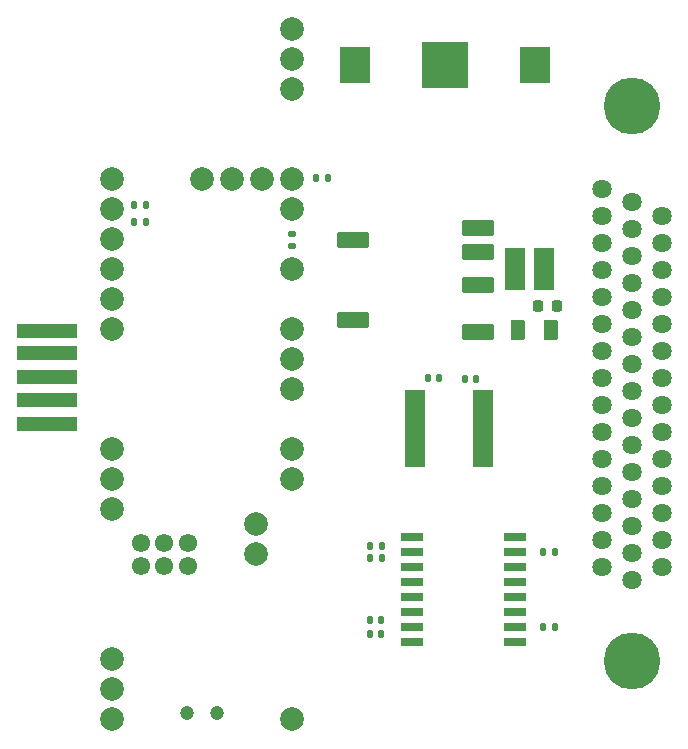
<source format=gts>
G04 #@! TF.GenerationSoftware,KiCad,Pcbnew,8.0.4*
G04 #@! TF.CreationDate,2025-04-09T14:15:45-04:00*
G04 #@! TF.ProjectId,accessory_v4,61636365-7373-46f7-9279-5f76342e6b69,rev?*
G04 #@! TF.SameCoordinates,Original*
G04 #@! TF.FileFunction,Soldermask,Top*
G04 #@! TF.FilePolarity,Negative*
%FSLAX46Y46*%
G04 Gerber Fmt 4.6, Leading zero omitted, Abs format (unit mm)*
G04 Created by KiCad (PCBNEW 8.0.4) date 2025-04-09 14:15:45*
%MOMM*%
%LPD*%
G01*
G04 APERTURE LIST*
G04 Aperture macros list*
%AMRoundRect*
0 Rectangle with rounded corners*
0 $1 Rounding radius*
0 $2 $3 $4 $5 $6 $7 $8 $9 X,Y pos of 4 corners*
0 Add a 4 corners polygon primitive as box body*
4,1,4,$2,$3,$4,$5,$6,$7,$8,$9,$2,$3,0*
0 Add four circle primitives for the rounded corners*
1,1,$1+$1,$2,$3*
1,1,$1+$1,$4,$5*
1,1,$1+$1,$6,$7*
1,1,$1+$1,$8,$9*
0 Add four rect primitives between the rounded corners*
20,1,$1+$1,$2,$3,$4,$5,0*
20,1,$1+$1,$4,$5,$6,$7,0*
20,1,$1+$1,$6,$7,$8,$9,0*
20,1,$1+$1,$8,$9,$2,$3,0*%
G04 Aperture macros list end*
%ADD10R,5.200000X1.250000*%
%ADD11C,2.004000*%
%ADD12C,1.204000*%
%ADD13C,1.554000*%
%ADD14RoundRect,0.140000X0.140000X0.170000X-0.140000X0.170000X-0.140000X-0.170000X0.140000X-0.170000X0*%
%ADD15C,1.638000*%
%ADD16C,4.801000*%
%ADD17RoundRect,0.076750X-0.810250X-0.230250X0.810250X-0.230250X0.810250X0.230250X-0.810250X0.230250X0*%
%ADD18RoundRect,0.135000X-0.135000X-0.185000X0.135000X-0.185000X0.135000X0.185000X-0.135000X0.185000X0*%
%ADD19RoundRect,0.102000X-1.220000X-0.600000X1.220000X-0.600000X1.220000X0.600000X-1.220000X0.600000X0*%
%ADD20RoundRect,0.225000X-0.225000X-0.250000X0.225000X-0.250000X0.225000X0.250000X-0.225000X0.250000X0*%
%ADD21R,2.540000X3.170000*%
%ADD22R,3.960000X3.960000*%
%ADD23RoundRect,0.140000X-0.140000X-0.170000X0.140000X-0.170000X0.140000X0.170000X-0.140000X0.170000X0*%
%ADD24R,1.910000X0.640000*%
%ADD25RoundRect,0.250000X-0.375000X-0.625000X0.375000X-0.625000X0.375000X0.625000X-0.375000X0.625000X0*%
%ADD26R,1.701800X3.606800*%
%ADD27RoundRect,0.135000X-0.185000X0.135000X-0.185000X-0.135000X0.185000X-0.135000X0.185000X0.135000X0*%
G04 APERTURE END LIST*
D10*
X3500000Y-35900000D03*
X3500000Y-37800000D03*
X3500000Y-39800000D03*
X3500000Y-41800000D03*
X3500000Y-43800000D03*
D11*
X8980000Y-63720000D03*
X19140000Y-23080000D03*
X24220000Y-48480000D03*
X24220000Y-45940000D03*
X24220000Y-40860000D03*
X24220000Y-38320000D03*
X24220000Y-35780000D03*
X8980000Y-35780000D03*
X8980000Y-45940000D03*
X8980000Y-48480000D03*
X8980000Y-51020000D03*
X24220000Y-30700000D03*
X24220000Y-25620000D03*
X24220000Y-23080000D03*
X24220000Y-15460000D03*
X24220000Y-12920000D03*
X24220000Y-10380000D03*
X8980000Y-23080000D03*
X8980000Y-25620000D03*
X8980000Y-28160000D03*
X8980000Y-30700000D03*
D12*
X17870000Y-68288000D03*
X15330000Y-68288000D03*
D11*
X24220000Y-68800000D03*
X8980000Y-33240000D03*
X8980000Y-66260000D03*
X16600000Y-23080000D03*
D13*
X13430000Y-53830000D03*
X13430000Y-55830000D03*
X11430000Y-55830000D03*
X11430000Y-53830000D03*
X15430000Y-53830000D03*
X15430000Y-55830000D03*
D11*
X21170000Y-54830000D03*
X21170000Y-52290000D03*
X21680000Y-23080000D03*
X8980000Y-68800000D03*
D14*
X31780000Y-60410000D03*
X30820000Y-60410000D03*
D15*
X50460000Y-55869000D03*
X50460000Y-53583000D03*
X50460000Y-51297000D03*
X50460000Y-49011000D03*
X50460000Y-46725000D03*
X50460000Y-44439000D03*
X50460000Y-42153000D03*
X50460000Y-39867000D03*
X50460000Y-37581000D03*
X50460000Y-35295000D03*
X50460000Y-33009000D03*
X50460000Y-30723000D03*
X50460000Y-28437000D03*
X50460000Y-26151000D03*
X50460000Y-23865000D03*
X53000000Y-57012000D03*
X53000000Y-54726000D03*
X53000000Y-52440000D03*
X53000000Y-50154000D03*
X53000000Y-47868000D03*
X53000000Y-45582000D03*
X53000000Y-43296000D03*
X53000000Y-41010000D03*
X53000000Y-38724000D03*
X53000000Y-36438000D03*
X53000000Y-34152000D03*
X53000000Y-31866000D03*
X53000000Y-29580000D03*
X53000000Y-27294000D03*
X53000000Y-25008000D03*
X55540000Y-55869000D03*
X55540000Y-53583000D03*
X55540000Y-51297000D03*
X55540000Y-49011000D03*
X55540000Y-46725000D03*
X55540000Y-44439000D03*
X55540000Y-42153000D03*
X55540000Y-39867000D03*
X55540000Y-37581000D03*
X55540000Y-35295000D03*
X55540000Y-33009000D03*
X55540000Y-30723000D03*
X55540000Y-28437000D03*
X55540000Y-26151000D03*
D16*
X53000000Y-63895000D03*
X53000000Y-16855000D03*
D17*
X34625000Y-41255000D03*
X34625000Y-41905000D03*
X34625000Y-42555000D03*
X34625000Y-43205000D03*
X34625000Y-43855000D03*
X34625000Y-44505000D03*
X34625000Y-45155000D03*
X34625000Y-45805000D03*
X34625000Y-46455000D03*
X34625000Y-47105000D03*
X40365000Y-47105000D03*
X40365000Y-46455000D03*
X40365000Y-45805000D03*
X40365000Y-45155000D03*
X40365000Y-44505000D03*
X40365000Y-43855000D03*
X40365000Y-43205000D03*
X40365000Y-42555000D03*
X40365000Y-41905000D03*
X40365000Y-41255000D03*
D14*
X31830000Y-55170000D03*
X30870000Y-55170000D03*
D18*
X10890000Y-26720000D03*
X11910000Y-26720000D03*
D19*
X40010000Y-27210000D03*
X40010000Y-29210000D03*
X40010000Y-32010000D03*
X40010000Y-36010000D03*
X29370000Y-28210000D03*
X29370000Y-35010000D03*
D20*
X45085000Y-33810000D03*
X46635000Y-33810000D03*
D18*
X45520000Y-54660000D03*
X46540000Y-54660000D03*
D21*
X44831000Y-13385800D03*
X29591000Y-13385800D03*
D22*
X37211000Y-13385800D03*
D14*
X39830000Y-39980000D03*
X38870000Y-39980000D03*
D23*
X35710000Y-39890000D03*
X36670000Y-39890000D03*
D18*
X26270000Y-22960000D03*
X27290000Y-22960000D03*
X45520000Y-60960000D03*
X46540000Y-60960000D03*
D24*
X34385000Y-53395000D03*
X34385000Y-54665000D03*
X34385000Y-55935000D03*
X34385000Y-57205000D03*
X34385000Y-58475000D03*
X34385000Y-59745000D03*
X34385000Y-61015000D03*
X34385000Y-62285000D03*
X43155000Y-62285000D03*
X43155000Y-61015000D03*
X43155000Y-59745000D03*
X43155000Y-58475000D03*
X43155000Y-57205000D03*
X43155000Y-55935000D03*
X43155000Y-54665000D03*
X43155000Y-53395000D03*
D18*
X10850000Y-25270000D03*
X11870000Y-25270000D03*
D14*
X31790000Y-61540000D03*
X30830000Y-61540000D03*
X31840000Y-54090000D03*
X30880000Y-54090000D03*
D25*
X43405600Y-35814000D03*
X46205600Y-35814000D03*
D26*
X43098400Y-30632400D03*
X45598400Y-30632400D03*
D27*
X24240000Y-27740000D03*
X24240000Y-28760000D03*
M02*

</source>
